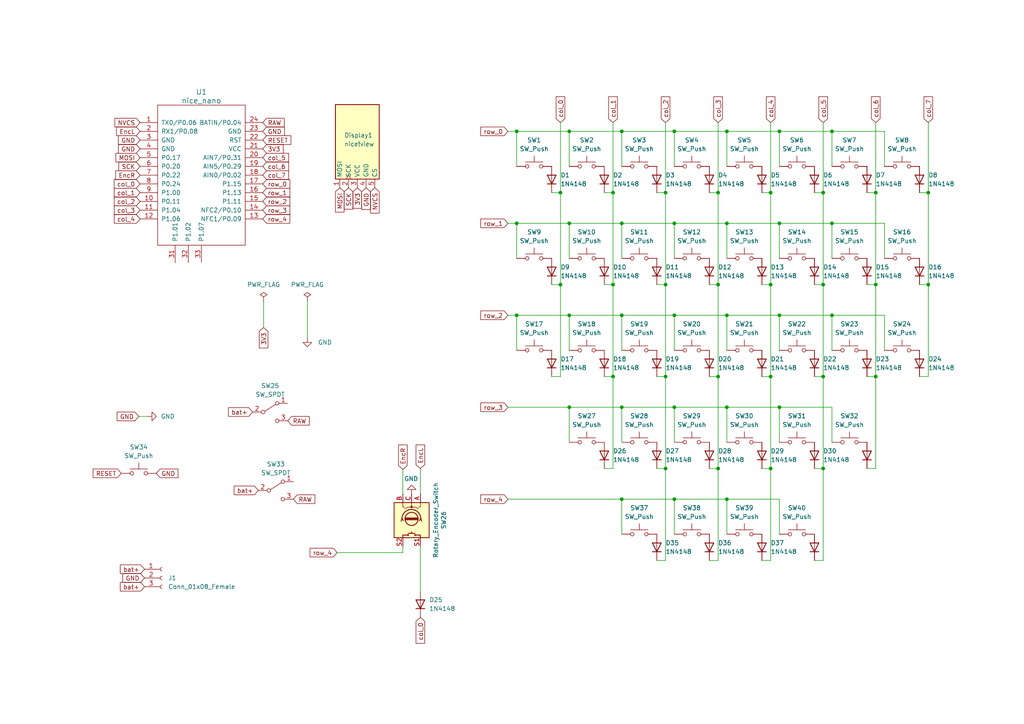
<source format=kicad_sch>
(kicad_sch (version 20230121) (generator eeschema)
  (paper "A4")
  (lib_symbols
    (symbol "Alaa:nice!view"
      (property "Reference" "Display2" (at -3.81 2.54 0))
      (property "Value" "nice!view" (at -3.81 0 0))
      (symbol "nice!view_0_1"
        (rectangle (start -6.35 11.43) (end 6.35 -10.16) (stroke (width 0.254)) (fill (type background)))
      )
      (symbol "nice!view_1_1"
        (pin input line (at -5.08 -12.7 90) (length 2.54) (name "MOSI") (number "1"))
        (pin input clock (at -2.54 -12.7 90) (length 2.54) (name "SCK") (number "2"))
        (pin power_in line (at 0 -12.7 90) (length 2.54) (name "VCC") (number "3"))
        (pin power_out line (at 2.54 -12.7 90) (length 2.54) (name "GND") (number "4"))
        (pin passive line (at 5.08 -12.7 90) (length 2.54) (name "CS") (number "5"))
      )
    )
    (symbol "Alaa:nice_nano" (pin_names (offset 1.016))
      (property "Reference" "U2" (at 0 23.4539 0))
      (property "Value" "nice_nano" (at 0 20.1749 0))
      (symbol "nice_nano_0_1"
        (rectangle (start -12.7 -21.59) (end 12.7 19.05))
      )
      (symbol "nice_nano_1_1"
        (pin input line (at -17.78 13.97 0) (length 5.08) (name "TX0/P0.06") (number "1"))
        (pin input line (at -17.78 -8.89 0) (length 5.08) (name "P0.11") (number "10"))
        (pin input line (at -17.78 -11.43 0) (length 5.08) (name "P1.04") (number "11"))
        (pin input line (at -17.78 -13.97 0) (length 5.08) (name "P1.06") (number "12"))
        (pin input line (at 17.78 -13.97 180) (length 5.08) (name "NFC1/P0.09") (number "13"))
        (pin input line (at 17.78 -11.43 180) (length 5.08) (name "NFC2/P0.10") (number "14"))
        (pin input line (at 17.78 -8.89 180) (length 5.08) (name "P1.11") (number "15"))
        (pin input line (at 17.78 -6.35 180) (length 5.08) (name "P1.13") (number "16"))
        (pin input line (at 17.78 -3.81 180) (length 5.08) (name "P1.15") (number "17"))
        (pin input line (at 17.78 -1.27 180) (length 5.08) (name "AIN0/P0.02") (number "18"))
        (pin input line (at 17.78 1.27 180) (length 5.08) (name "AIN5/P0.29") (number "19"))
        (pin input line (at -17.78 11.43 0) (length 5.08) (name "RX1/P0.08") (number "2"))
        (pin input line (at 17.78 3.81 180) (length 5.08) (name "AIN7/P0.31") (number "20"))
        (pin input line (at 17.78 6.35 180) (length 5.08) (name "VCC") (number "21"))
        (pin input line (at 17.78 8.89 180) (length 5.08) (name "RST") (number "22"))
        (pin input line (at 17.78 11.43 180) (length 5.08) (name "GND") (number "23"))
        (pin input line (at 17.78 13.97 180) (length 5.08) (name "BATIN/P0.04") (number "24"))
        (pin input line (at -17.78 8.89 0) (length 5.08) (name "GND") (number "3"))
        (pin input line (at -7.62 -26.67 90) (length 5.08) (name "P1.01") (number "31"))
        (pin input line (at -3.81 -26.67 90) (length 5.08) (name "P1.02") (number "32"))
        (pin input line (at 0 -26.67 90) (length 5.08) (name "P1.07") (number "33"))
        (pin input line (at -17.78 6.35 0) (length 5.08) (name "GND") (number "4"))
        (pin input line (at -17.78 3.81 0) (length 5.08) (name "P0.17") (number "5"))
        (pin input line (at -17.78 1.27 0) (length 5.08) (name "P0.20") (number "6"))
        (pin input line (at -17.78 -1.27 0) (length 5.08) (name "P0.22") (number "7"))
        (pin input line (at -17.78 -3.81 0) (length 5.08) (name "P0.24") (number "8"))
        (pin input line (at -17.78 -6.35 0) (length 5.08) (name "P1.00") (number "9"))
      )
    )
    (symbol "Connector:Conn_01x03_Female" (pin_names (offset 1.016) hide)
      (property "Reference" "J" (at 0 5.08 0))
      (property "Value" "Conn_01x03_Female" (at 0 -5.08 0))
      (symbol "Conn_01x03_Female_1_1"
        (arc (start 0 -2.032) (mid -0.5058 -2.54) (end 0 -3.048) (stroke (width 0.1524)))
        (polyline (pts (xy -1.27 -2.54) (xy -0.508 -2.54)) (stroke (width 0.1524)))
        (polyline (pts (xy -1.27 0) (xy -0.508 0)) (stroke (width 0.1524)))
        (polyline (pts (xy -1.27 2.54) (xy -0.508 2.54)) (stroke (width 0.1524)))
        (arc (start 0 0.508) (mid -0.5058 0) (end 0 -0.508) (stroke (width 0.1524)))
        (arc (start 0 3.048) (mid -0.5058 2.54) (end 0 2.032) (stroke (width 0.1524)))
        (pin passive line (at -5.08 2.54 0) (length 3.81) (name "Pin_1") (number "1"))
        (pin passive line (at -5.08 0 0) (length 3.81) (name "Pin_2") (number "2"))
        (pin passive line (at -5.08 -2.54 0) (length 3.81) (name "Pin_3") (number "3"))
      )
    )
    (symbol "Switch:SW_Push" (pin_numbers hide) (pin_names (offset 1.016) hide)
      (property "Reference" "SW" (at 1.27 2.54 0))
      (property "Value" "SW_Push" (at 0 -1.524 0))
      (symbol "SW_Push_0_1"
        (circle (center -2.032 0) (radius 0.508))
        (polyline (pts (xy 0 1.27) (xy 0 3.048)))
        (polyline (pts (xy 2.54 1.27) (xy -2.54 1.27)))
        (circle (center 2.032 0) (radius 0.508))
        (pin passive line (at -5.08 0 0) (length 2.54) (name "1") (number "1"))
        (pin passive line (at 5.08 0 180) (length 2.54) (name "2") (number "2"))
      )
    )
    (symbol "Switch:SW_SPDT" (pin_names (offset 0) hide)
      (property "Reference" "SW" (at 0 4.318 0))
      (property "Value" "SW_SPDT" (at 0 -5.08 0))
      (symbol "SW_SPDT_0_0"
        (circle (center -2.032 0) (radius 0.508))
        (circle (center 2.032 -2.54) (radius 0.508))
      )
      (symbol "SW_SPDT_0_1"
        (polyline (pts (xy -1.524 0.254) (xy 1.651 2.286)))
        (circle (center 2.032 2.54) (radius 0.508))
      )
      (symbol "SW_SPDT_1_1"
        (pin passive line (at 5.08 2.54 180) (length 2.54) (name "A") (number "1"))
        (pin passive line (at -5.08 0 0) (length 2.54) (name "B") (number "2"))
        (pin passive line (at 5.08 -2.54 180) (length 2.54) (name "C") (number "3"))
      )
    )
    (symbol "alaa:Diode_1N4148" (pin_numbers hide) (pin_names (offset 1.016) hide)
      (property "Reference" "D4" (at 2.54 1.2701 90))
      (property "Value" "Diode_1N4148" (at 2.54 -1.2699 90))
      (symbol "Diode_1N4148_0_1"
        (polyline (pts (xy -1.27 1.27) (xy -1.27 -1.27)) (stroke (width 0.254)))
        (polyline (pts (xy 1.27 0) (xy -1.27 0)))
        (polyline (pts (xy 1.27 1.27) (xy 1.27 -1.27) (xy -1.27 0) (xy 1.27 1.27)) (stroke (width 0.254)))
      )
      (symbol "Diode_1N4148_1_1"
        (pin passive line (at -3.81 0 0) (length 2.54) (name "K") (number "1"))
        (pin passive line (at 3.81 0 180) (length 2.54) (name "A") (number "2"))
      )
    )
    (symbol "alaa:Rotary_Encoder_Switch" (pin_names (offset 0.254) hide)
      (property "Reference" "SW25" (at 0 9.3218 0))
      (property "Value" "Rotary_Encoder_Switch" (at 0 7.0104 0))
      (symbol "Rotary_Encoder_Switch_0_1"
        (rectangle (start -5.08 5.08) (end 5.08 -5.08) (stroke (width 0.254)) (fill (type background)))
        (circle (center -3.81 0) (radius 0.254) (fill (type outline)))
        (circle (center -0.381 0) (radius 1.905) (stroke (width 0.254)))
        (arc (start -0.381 2.667) (mid -3.0988 -0.0635) (end -0.381 -2.794) (stroke (width 0.254)))
        (polyline (pts (xy -0.635 -1.778) (xy -0.635 1.778)) (stroke (width 0.254)))
        (polyline (pts (xy -0.381 -1.778) (xy -0.381 1.778)) (stroke (width 0.254)))
        (polyline (pts (xy -0.127 1.778) (xy -0.127 -1.778)) (stroke (width 0.254)))
        (polyline (pts (xy 3.81 0) (xy 3.429 0)) (stroke (width 0.254)))
        (polyline (pts (xy 3.81 1.016) (xy 3.81 -1.016)) (stroke (width 0.254)))
        (polyline (pts (xy -5.08 -2.54) (xy -3.81 -2.54) (xy -3.81 -2.032)))
        (polyline (pts (xy -5.08 2.54) (xy -3.81 2.54) (xy -3.81 2.032)))
        (polyline (pts (xy 0.254 -3.048) (xy -0.508 -2.794) (xy 0.127 -2.413)) (stroke (width 0.254)))
        (polyline (pts (xy 0.254 2.921) (xy -0.508 2.667) (xy 0.127 2.286)) (stroke (width 0.254)))
        (polyline (pts (xy 5.08 -2.54) (xy 4.318 -2.54) (xy 4.318 -1.016)) (stroke (width 0.254)))
        (polyline (pts (xy 5.08 2.54) (xy 4.318 2.54) (xy 4.318 1.016)) (stroke (width 0.254)))
        (polyline (pts (xy -5.08 0) (xy -3.81 0) (xy -3.81 -1.016) (xy -3.302 -2.032)))
        (polyline (pts (xy -4.318 0) (xy -3.81 0) (xy -3.81 1.016) (xy -3.302 2.032)))
        (circle (center 4.318 -1.016) (radius 0.127) (stroke (width 0.254)))
        (circle (center 4.318 1.016) (radius 0.127) (stroke (width 0.254)))
      )
      (symbol "Rotary_Encoder_Switch_1_1"
        (pin passive line (at -7.62 2.54 0) (length 2.54) (name "A") (number "A"))
        (pin passive line (at -7.62 -2.54 0) (length 2.54) (name "B") (number "B"))
        (pin passive line (at -7.62 0 0) (length 2.54) (name "C") (number "C"))
        (pin passive line (at 7.62 2.54 180) (length 2.54) (name "S1") (number "S1"))
        (pin passive line (at 7.62 -2.54 180) (length 2.54) (name "S2") (number "S2"))
      )
    )
    (symbol "power:GND" (power) (pin_names (offset 0))
      (property "Value" "GND" (at 0 -3.81 0))
      (symbol "GND_0_1"
        (polyline (pts (xy 0 0) (xy 0 -1.27) (xy 1.27 -1.27) (xy 0 -2.54) (xy -1.27 -1.27) (xy 0 -1.27)))
      )
      (symbol "GND_1_1"
        (pin power_in line (at 0 0 270) (length 0) hide (name "GND") (number "1"))
      )
    )
    (symbol "power:PWR_FLAG" (power) (pin_numbers hide) (pin_names (offset 0) hide)
      (property "Value" "PWR_FLAG" (at 0 3.81 0))
      (symbol "PWR_FLAG_0_0"
        (pin power_out line (at 0 0 90) (length 0) (name "pwr") (number "1"))
      )
      (symbol "PWR_FLAG_0_1"
        (polyline (pts (xy 0 0) (xy 0 1.27) (xy -1.016 1.905) (xy 0 2.54) (xy 1.016 1.905) (xy 0 1.27)))
      )
    )
  )
  (junction (at 195.58 144.78))
  (junction (at 177.8 55.88))
  (junction (at 269.24 82.55))
  (junction (at 223.52 135.89))
  (junction (at 269.24 55.88))
  (junction (at 238.76 109.22))
  (junction (at 193.04 55.88))
  (junction (at 238.76 82.55))
  (junction (at 238.76 135.89))
  (junction (at 177.8 82.55))
  (junction (at 226.06 64.77))
  (junction (at 238.76 55.88))
  (junction (at 193.04 135.89))
  (junction (at 165.1 38.1))
  (junction (at 210.82 38.1))
  (junction (at 195.58 38.1))
  (junction (at 210.82 91.44))
  (junction (at 226.06 91.44))
  (junction (at 210.82 64.77))
  (junction (at 162.56 82.55))
  (junction (at 226.06 118.11))
  (junction (at 208.28 82.55))
  (junction (at 241.3 38.1))
  (junction (at 195.58 91.44))
  (junction (at 195.58 118.11))
  (junction (at 208.28 109.22))
  (junction (at 180.34 118.11))
  (junction (at 208.28 135.89))
  (junction (at 254 109.22))
  (junction (at 180.34 38.1))
  (junction (at 180.34 144.78))
  (junction (at 226.06 38.1))
  (junction (at 210.82 144.78))
  (junction (at 149.86 91.44))
  (junction (at 180.34 64.77))
  (junction (at 162.56 55.88))
  (junction (at 177.8 109.22))
  (junction (at 241.3 91.44))
  (junction (at 241.3 64.77))
  (junction (at 210.82 118.11))
  (junction (at 223.52 109.22))
  (junction (at 223.52 82.55))
  (junction (at 254 55.88))
  (junction (at 193.04 109.22))
  (junction (at 180.34 91.44))
  (junction (at 193.04 82.55))
  (junction (at 223.52 55.88))
  (junction (at 254 82.55))
  (junction (at 195.58 64.77))
  (junction (at 165.1 118.11))
  (junction (at 165.1 64.77))
  (junction (at 208.28 55.88))
  (junction (at 165.1 91.44))
  (junction (at 149.86 64.77))
  (junction (at 149.86 38.1))
  (wire (pts (xy 236.22 162.56) (xy 238.76 162.56)))
  (wire (pts (xy 208.28 82.55) (xy 205.74 82.55)))
  (wire (pts (xy 193.04 55.88) (xy 190.5 55.88)))
  (wire (pts (xy 177.8 109.22) (xy 175.26 109.22)))
  (wire (pts (xy 165.1 118.11) (xy 180.34 118.11)))
  (wire (pts (xy 210.82 91.44) (xy 210.82 101.6)))
  (wire (pts (xy 193.04 82.55) (xy 193.04 109.22)))
  (wire (pts (xy 193.04 82.55) (xy 190.5 82.55)))
  (wire (pts (xy 254 109.22) (xy 254 135.89)))
  (wire (pts (xy 149.86 64.77) (xy 165.1 64.77)))
  (wire (pts (xy 210.82 118.11) (xy 226.06 118.11)))
  (wire (pts (xy 226.06 118.11) (xy 226.06 128.27)))
  (wire (pts (xy 210.82 91.44) (xy 226.06 91.44)))
  (wire (pts (xy 147.32 64.77) (xy 149.86 64.77)))
  (wire (pts (xy 220.98 109.22) (xy 223.52 109.22)))
  (wire (pts (xy 162.56 109.22) (xy 162.56 82.55)))
  (wire (pts (xy 223.52 82.55) (xy 223.52 109.22)))
  (wire (pts (xy 238.76 55.88) (xy 236.22 55.88)))
  (wire (pts (xy 223.52 162.56) (xy 220.98 162.56)))
  (wire (pts (xy 269.24 82.55) (xy 266.7 82.55)))
  (wire (pts (xy 147.32 118.11) (xy 165.1 118.11)))
  (wire (pts (xy 238.76 162.56) (xy 238.76 135.89)))
  (wire (pts (xy 226.06 64.77) (xy 226.06 74.93)))
  (wire (pts (xy 165.1 64.77) (xy 180.34 64.77)))
  (wire (pts (xy 180.34 64.77) (xy 195.58 64.77)))
  (wire (pts (xy 193.04 162.56) (xy 193.04 135.89)))
  (wire (pts (xy 190.5 109.22) (xy 193.04 109.22)))
  (wire (pts (xy 195.58 91.44) (xy 210.82 91.44)))
  (wire (pts (xy 177.8 135.89) (xy 177.8 109.22)))
  (wire (pts (xy 210.82 118.11) (xy 210.82 128.27)))
  (wire (pts (xy 160.02 109.22) (xy 162.56 109.22)))
  (wire (pts (xy 97.79 160.274) (xy 116.84 160.274)))
  (wire (pts (xy 116.84 160.274) (xy 116.84 158.496)))
  (wire (pts (xy 208.28 109.22) (xy 208.28 135.89)))
  (wire (pts (xy 226.06 38.1) (xy 226.06 48.26)))
  (wire (pts (xy 210.82 144.78) (xy 210.82 154.94)))
  (wire (pts (xy 241.3 118.11) (xy 241.3 128.27)))
  (wire (pts (xy 254 35.56) (xy 254 55.88)))
  (wire (pts (xy 226.06 64.77) (xy 241.3 64.77)))
  (wire (pts (xy 226.06 91.44) (xy 241.3 91.44)))
  (wire (pts (xy 223.52 82.55) (xy 220.98 82.55)))
  (wire (pts (xy 193.04 82.55) (xy 193.04 55.88)))
  (wire (pts (xy 190.5 162.56) (xy 193.04 162.56)))
  (wire (pts (xy 193.04 135.89) (xy 193.04 109.22)))
  (wire (pts (xy 149.86 48.26) (xy 149.86 38.1)))
  (wire (pts (xy 205.74 109.22) (xy 208.28 109.22)))
  (wire (pts (xy 180.34 64.77) (xy 180.34 74.93)))
  (wire (pts (xy 165.1 38.1) (xy 165.1 48.26)))
  (wire (pts (xy 223.52 109.22) (xy 223.52 135.89)))
  (wire (pts (xy 180.34 144.78) (xy 180.34 154.94)))
  (wire (pts (xy 256.54 64.77) (xy 256.54 74.93)))
  (wire (pts (xy 149.86 38.1) (xy 165.1 38.1)))
  (wire (pts (xy 238.76 35.56) (xy 238.76 55.88)))
  (wire (pts (xy 208.28 55.88) (xy 205.74 55.88)))
  (wire (pts (xy 165.1 128.27) (xy 165.1 118.11)))
  (wire (pts (xy 162.56 35.56) (xy 162.56 55.88)))
  (wire (pts (xy 165.1 91.44) (xy 165.1 101.6)))
  (wire (pts (xy 269.24 35.56) (xy 269.24 55.88)))
  (wire (pts (xy 40.259 120.777) (xy 42.799 120.777)))
  (wire (pts (xy 256.54 91.44) (xy 256.54 101.6)))
  (wire (pts (xy 254 109.22) (xy 251.46 109.22)))
  (wire (pts (xy 269.24 55.88) (xy 269.24 82.55)))
  (wire (pts (xy 121.92 158.496) (xy 121.92 171.45)))
  (wire (pts (xy 175.26 55.88) (xy 177.8 55.88)))
  (wire (pts (xy 210.82 64.77) (xy 226.06 64.77)))
  (wire (pts (xy 226.06 38.1) (xy 241.3 38.1)))
  (wire (pts (xy 238.76 109.22) (xy 236.22 109.22)))
  (wire (pts (xy 177.8 82.55) (xy 177.8 109.22)))
  (wire (pts (xy 180.34 91.44) (xy 195.58 91.44)))
  (wire (pts (xy 162.56 82.55) (xy 162.56 55.88)))
  (wire (pts (xy 241.3 91.44) (xy 256.54 91.44)))
  (wire (pts (xy 241.3 64.77) (xy 256.54 64.77)))
  (wire (pts (xy 210.82 64.77) (xy 210.82 74.93)))
  (wire (pts (xy 238.76 82.55) (xy 238.76 55.88)))
  (wire (pts (xy 208.28 35.56) (xy 208.28 55.88)))
  (wire (pts (xy 226.06 118.11) (xy 241.3 118.11)))
  (wire (pts (xy 180.34 38.1) (xy 180.34 48.26)))
  (wire (pts (xy 208.28 82.55) (xy 208.28 109.22)))
  (wire (pts (xy 149.86 74.93) (xy 149.86 64.77)))
  (wire (pts (xy 89.154 87.376) (xy 89.154 98.044)))
  (wire (pts (xy 238.76 82.55) (xy 236.22 82.55)))
  (wire (pts (xy 223.52 135.89) (xy 220.98 135.89)))
  (wire (pts (xy 180.34 38.1) (xy 195.58 38.1)))
  (wire (pts (xy 195.58 64.77) (xy 210.82 64.77)))
  (wire (pts (xy 147.32 38.1) (xy 149.86 38.1)))
  (wire (pts (xy 226.06 91.44) (xy 226.06 101.6)))
  (wire (pts (xy 208.28 82.55) (xy 208.28 55.88)))
  (wire (pts (xy 147.32 91.44) (xy 149.86 91.44)))
  (wire (pts (xy 180.34 118.11) (xy 180.34 128.27)))
  (wire (pts (xy 236.22 135.89) (xy 238.76 135.89)))
  (wire (pts (xy 266.7 55.88) (xy 269.24 55.88)))
  (wire (pts (xy 241.3 38.1) (xy 241.3 48.26)))
  (wire (pts (xy 210.82 144.78) (xy 226.06 144.78)))
  (wire (pts (xy 180.34 144.78) (xy 195.58 144.78)))
  (wire (pts (xy 175.26 135.89) (xy 177.8 135.89)))
  (wire (pts (xy 226.06 144.78) (xy 226.06 154.94)))
  (wire (pts (xy 195.58 118.11) (xy 210.82 118.11)))
  (wire (pts (xy 195.58 144.78) (xy 195.58 154.94)))
  (wire (pts (xy 254 82.55) (xy 251.46 82.55)))
  (wire (pts (xy 193.04 35.56) (xy 193.04 55.88)))
  (wire (pts (xy 190.5 135.89) (xy 193.04 135.89)))
  (wire (pts (xy 269.24 82.55) (xy 269.24 109.22)))
  (wire (pts (xy 223.52 35.56) (xy 223.52 55.88)))
  (wire (pts (xy 269.24 109.22) (xy 266.7 109.22)))
  (wire (pts (xy 165.1 38.1) (xy 180.34 38.1)))
  (wire (pts (xy 180.34 91.44) (xy 180.34 101.6)))
  (wire (pts (xy 149.86 101.6) (xy 149.86 91.44)))
  (wire (pts (xy 238.76 135.89) (xy 238.76 109.22)))
  (wire (pts (xy 256.54 38.1) (xy 256.54 48.26)))
  (wire (pts (xy 162.56 82.55) (xy 160.02 82.55)))
  (wire (pts (xy 165.1 91.44) (xy 180.34 91.44)))
  (wire (pts (xy 147.32 144.78) (xy 180.34 144.78)))
  (wire (pts (xy 180.34 118.11) (xy 195.58 118.11)))
  (wire (pts (xy 254 135.89) (xy 251.46 135.89)))
  (wire (pts (xy 195.58 144.78) (xy 210.82 144.78)))
  (wire (pts (xy 210.82 38.1) (xy 210.82 48.26)))
  (wire (pts (xy 177.8 55.88) (xy 177.8 82.55)))
  (wire (pts (xy 208.28 135.89) (xy 208.28 162.56)))
  (wire (pts (xy 121.92 135.89) (xy 121.92 143.256)))
  (wire (pts (xy 195.58 38.1) (xy 210.82 38.1)))
  (wire (pts (xy 238.76 109.22) (xy 238.76 82.55)))
  (wire (pts (xy 195.58 38.1) (xy 195.58 48.26)))
  (wire (pts (xy 116.84 136.144) (xy 116.84 143.256)))
  (wire (pts (xy 220.98 55.88) (xy 223.52 55.88)))
  (wire (pts (xy 177.8 82.55) (xy 175.26 82.55)))
  (wire (pts (xy 205.74 162.56) (xy 208.28 162.56)))
  (wire (pts (xy 251.46 55.88) (xy 254 55.88)))
  (wire (pts (xy 241.3 91.44) (xy 241.3 101.6)))
  (wire (pts (xy 254 82.55) (xy 254 109.22)))
  (wire (pts (xy 241.3 64.77) (xy 241.3 74.93)))
  (wire (pts (xy 165.1 64.77) (xy 165.1 74.93)))
  (wire (pts (xy 205.74 135.89) (xy 208.28 135.89)))
  (wire (pts (xy 195.58 118.11) (xy 195.58 128.27)))
  (wire (pts (xy 210.82 38.1) (xy 226.06 38.1)))
  (wire (pts (xy 223.52 55.88) (xy 223.52 82.55)))
  (wire (pts (xy 254 55.88) (xy 254 82.55)))
  (wire (pts (xy 149.86 91.44) (xy 165.1 91.44)))
  (wire (pts (xy 195.58 64.77) (xy 195.58 74.93)))
  (wire (pts (xy 223.52 135.89) (xy 223.52 162.56)))
  (wire (pts (xy 162.56 55.88) (xy 160.02 55.88)))
  (wire (pts (xy 177.8 35.56) (xy 177.8 55.88)))
  (wire (pts (xy 241.3 38.1) (xy 256.54 38.1)))
  (wire (pts (xy 195.58 91.44) (xy 195.58 101.6)))
  (wire (pts (xy 76.454 87.376) (xy 76.454 94.996)))
  (global_label "GND" (shape input) (at 106.172 54.483 270) (property "Intersheetrefs" "${INTERSHEET_REFS}" (effects hide)))
  (global_label "GND" (shape input) (at 41.91 167.64 180) (property "Intersheetrefs" "${INTERSHEET_REFS}" (effects hide)))
  (global_label "MOSI" (shape input) (at 98.552 54.483 270) (property "Intersheetrefs" "${INTERSHEET_REFS}" (effects hide)))
  (global_label "SCK" (shape input) (at 101.092 54.483 270) (property "Intersheetrefs" "${INTERSHEET_REFS}" (effects hide)))
  (global_label "col_7" (shape input) (at 76.2 50.8 0) (property "Intersheetrefs" "${INTERSHEET_REFS}" (effects hide)))
  (global_label "NVCS" (shape input) (at 40.64 35.56 180) (property "Intersheetrefs" "${INTERSHEET_REFS}" (effects hide)))
  (global_label "row_4" (shape input) (at 76.2 63.5 0) (property "Intersheetrefs" "${INTERSHEET_REFS}" (effects hide)))
  (global_label "col_0" (shape input) (at 162.56 35.56 90) (property "Intersheetrefs" "${INTERSHEET_REFS}" (effects hide)))
  (global_label "NVCS" (shape input) (at 108.712 54.483 270) (property "Intersheetrefs" "${INTERSHEET_REFS}" (effects hide)))
  (global_label "col_2" (shape input) (at 40.64 58.42 180) (property "Intersheetrefs" "${INTERSHEET_REFS}" (effects hide)))
  (global_label "row_1" (shape input) (at 76.2 55.88 0) (property "Intersheetrefs" "${INTERSHEET_REFS}" (effects hide)))
  (global_label "bat+" (shape input) (at 74.93 142.24 180) (property "Intersheetrefs" "${INTERSHEET_REFS}" (effects hide)))
  (global_label "GND" (shape input) (at 76.2 38.1 0) (property "Intersheetrefs" "${INTERSHEET_REFS}" (effects hide)))
  (global_label "RAW" (shape input) (at 83.439 122.047 0) (property "Intersheetrefs" "${INTERSHEET_REFS}" (effects hide)))
  (global_label "row_0" (shape input) (at 76.2 53.34 0) (property "Intersheetrefs" "${INTERSHEET_REFS}" (effects hide)))
  (global_label "row_4" (shape input) (at 97.79 160.274 180) (property "Intersheetrefs" "${INTERSHEET_REFS}" (effects hide)))
  (global_label "RESET" (shape input) (at 35.179 137.287 180) (property "Intersheetrefs" "${INTERSHEET_REFS}" (effects hide)))
  (global_label "row_2" (shape input) (at 76.2 58.42 0) (property "Intersheetrefs" "${INTERSHEET_REFS}" (effects hide)))
  (global_label "row_2" (shape input) (at 147.32 91.44 180) (property "Intersheetrefs" "${INTERSHEET_REFS}" (effects hide)))
  (global_label "col_5" (shape input) (at 76.2 45.72 0) (property "Intersheetrefs" "${INTERSHEET_REFS}" (effects hide)))
  (global_label "row_4" (shape input) (at 147.32 144.78 180) (property "Intersheetrefs" "${INTERSHEET_REFS}" (effects hide)))
  (global_label "row_1" (shape input) (at 147.32 64.77 180) (property "Intersheetrefs" "${INTERSHEET_REFS}" (effects hide)))
  (global_label "GND" (shape input) (at 40.64 40.64 180) (property "Intersheetrefs" "${INTERSHEET_REFS}" (effects hide)))
  (global_label "row_3" (shape input) (at 147.32 118.11 180) (property "Intersheetrefs" "${INTERSHEET_REFS}" (effects hide)))
  (global_label "EncL" (shape input) (at 121.92 135.89 90) (property "Intersheetrefs" "${INTERSHEET_REFS}" (effects hide)))
  (global_label "col_6" (shape input) (at 254 35.56 90) (property "Intersheetrefs" "${INTERSHEET_REFS}" (effects hide)))
  (global_label "RESET" (shape input) (at 76.2 40.64 0) (property "Intersheetrefs" "${INTERSHEET_REFS}" (effects hide)))
  (global_label "col_0" (shape input) (at 40.64 53.34 180) (property "Intersheetrefs" "${INTERSHEET_REFS}" (effects hide)))
  (global_label "GND" (shape input) (at 40.259 120.777 180) (property "Intersheetrefs" "${INTERSHEET_REFS}" (effects hide)))
  (global_label "3V3" (shape input) (at 76.454 94.996 270) (property "Intersheetrefs" "${INTERSHEET_REFS}" (effects hide)))
  (global_label "bat+" (shape input) (at 41.91 170.18 180) (property "Intersheetrefs" "${INTERSHEET_REFS}" (effects hide)))
  (global_label "SCK" (shape input) (at 40.64 48.26 180) (property "Intersheetrefs" "${INTERSHEET_REFS}" (effects hide)))
  (global_label "3V3" (shape input) (at 76.2 43.18 0) (property "Intersheetrefs" "${INTERSHEET_REFS}" (effects hide)))
  (global_label "col_2" (shape input) (at 193.04 35.56 90) (property "Intersheetrefs" "${INTERSHEET_REFS}" (effects hide)))
  (global_label "col_5" (shape input) (at 238.76 35.56 90) (property "Intersheetrefs" "${INTERSHEET_REFS}" (effects hide)))
  (global_label "col_4" (shape input) (at 40.64 63.5 180) (property "Intersheetrefs" "${INTERSHEET_REFS}" (effects hide)))
  (global_label "row_3" (shape input) (at 76.2 60.96 0) (property "Intersheetrefs" "${INTERSHEET_REFS}" (effects hide)))
  (global_label "col_0" (shape input) (at 121.92 179.07 270) (property "Intersheetrefs" "${INTERSHEET_REFS}" (effects hide)))
  (global_label "GND" (shape input) (at 45.339 137.287 0) (property "Intersheetrefs" "${INTERSHEET_REFS}" (effects hide)))
  (global_label "GND" (shape input) (at 40.64 43.18 180) (property "Intersheetrefs" "${INTERSHEET_REFS}" (effects hide)))
  (global_label "row_0" (shape input) (at 147.32 38.1 180) (property "Intersheetrefs" "${INTERSHEET_REFS}" (effects hide)))
  (global_label "bat+" (shape input) (at 41.91 165.1 180) (property "Intersheetrefs" "${INTERSHEET_REFS}" (effects hide)))
  (global_label "MOSI" (shape input) (at 40.64 45.72 180) (property "Intersheetrefs" "${INTERSHEET_REFS}" (effects hide)))
  (global_label "col_3" (shape input) (at 208.28 35.56 90) (property "Intersheetrefs" "${INTERSHEET_REFS}" (effects hide)))
  (global_label "col_1" (shape input) (at 40.64 55.88 180) (property "Intersheetrefs" "${INTERSHEET_REFS}" (effects hide)))
  (global_label "RAW" (shape input) (at 76.2 35.56 0) (property "Intersheetrefs" "${INTERSHEET_REFS}" (effects hide)))
  (global_label "EncL" (shape input) (at 40.64 38.1 180) (property "Intersheetrefs" "${INTERSHEET_REFS}" (effects hide)))
  (global_label "col_6" (shape input) (at 76.2 48.26 0) (property "Intersheetrefs" "${INTERSHEET_REFS}" (effects hide)))
  (global_label "bat+" (shape input) (at 73.279 119.507 180) (property "Intersheetrefs" "${INTERSHEET_REFS}" (effects hide)))
  (global_label "RAW" (shape input) (at 85.09 144.78 0) (property "Intersheetrefs" "${INTERSHEET_REFS}" (effects hide)))
  (global_label "EncR" (shape input) (at 116.84 136.144 90) (property "Intersheetrefs" "${INTERSHEET_REFS}" (effects hide)))
  (global_label "col_4" (shape input) (at 223.52 35.56 90) (property "Intersheetrefs" "${INTERSHEET_REFS}" (effects hide)))
  (global_label "col_1" (shape input) (at 177.8 35.56 90) (property "Intersheetrefs" "${INTERSHEET_REFS}" (effects hide)))
  (global_label "col_7" (shape input) (at 269.24 35.56 90) (property "Intersheetrefs" "${INTERSHEET_REFS}" (effects hide)))
  (global_label "3V3" (shape input) (at 103.632 54.483 270) (property "Intersheetrefs" "${INTERSHEET_REFS}" (effects hide)))
  (global_label "EncR" (shape input) (at 40.64 50.8 180) (property "Intersheetrefs" "${INTERSHEET_REFS}" (effects hide)))
  (global_label "col_3" (shape input) (at 40.64 60.96 180) (property "Intersheetrefs" "${INTERSHEET_REFS}" (effects hide)))
  (symbol (lib_id "Switch:SW_Push") (at 261.62 48.26 0) (unit 1)
    (property "Reference" "SW8" (at 261.62 40.64 0))
    (property "Value" "SW_Push" (at 261.62 43.18 0))
    (property "Footprint" "Alaa:choc_hotswap" (effects hide))
  )
  (symbol (lib_id "Switch:SW_Push") (at 215.9 74.93 0) (unit 1)
    (property "Reference" "SW13" (at 215.9 67.31 0))
    (property "Value" "SW_Push" (at 215.9 69.85 0))
    (property "Footprint" "Alaa:choc_hotswap" (effects hide))
  )
  (symbol (lib_id "power:PWR_FLAG") (at 89.154 87.376 0) (unit 1)
    (property "Reference" "#FLG02" (effects hide))
    (property "Value" "PWR_FLAG" (at 89.154 82.55 0))
  )
  (symbol (lib_id "Switch:SW_Push") (at 261.62 74.93 0) (unit 1)
    (property "Reference" "SW16" (at 261.62 67.31 0))
    (property "Value" "SW_Push" (at 261.62 69.85 0))
    (property "Footprint" "Alaa:choc_hotswap" (effects hide))
  )
  (symbol (lib_id "Switch:SW_Push") (at 231.14 48.26 0) (unit 1)
    (property "Reference" "SW6" (at 231.14 40.64 0))
    (property "Value" "SW_Push" (at 231.14 43.18 0))
    (property "Footprint" "Alaa:choc_hotswap" (effects hide))
  )
  (symbol (lib_id "alaa:Diode_1N4148") (at 160.02 78.74 90) (unit 1)
    (property "Reference" "D9" (at 162.56 77.4699 90) (effects (justify right)))
    (property "Value" "1N4148" (at 162.56 80.0099 90) (effects (justify right)))
    (property "Footprint" "Diode_SMD:D_SOD-123" (effects hide))
    (property "Datasheet" "https://assets.nexperia.com/documents/data-sheet/1N4148_1N4448.pdf" (effects hide))
    (property "LCSC" "C909967" (effects hide))
  )
  (symbol (lib_id "power:PWR_FLAG") (at 76.454 87.376 0) (unit 1)
    (property "Reference" "#FLG01" (effects hide))
    (property "Value" "PWR_FLAG" (at 76.454 82.55 0))
  )
  (symbol (lib_id "alaa:Diode_1N4148") (at 175.26 105.41 90) (unit 1)
    (property "Reference" "D18" (at 177.8 104.1399 90) (effects (justify right)))
    (property "Value" "1N4148" (at 177.8 106.6799 90) (effects (justify right)))
    (property "Footprint" "Diode_SMD:D_SOD-123" (effects hide))
    (property "Datasheet" "https://assets.nexperia.com/documents/data-sheet/1N4148_1N4448.pdf" (effects hide))
    (property "LCSC" "C909967" (effects hide))
  )
  (symbol (lib_id "Switch:SW_Push") (at 200.66 48.26 0) (unit 1)
    (property "Reference" "SW4" (at 200.66 40.64 0))
    (property "Value" "SW_Push" (at 200.66 43.18 0))
    (property "Footprint" "Alaa:choc_hotswap" (effects hide))
  )
  (symbol (lib_id "alaa:Diode_1N4148") (at 205.74 105.41 90) (unit 1)
    (property "Reference" "D20" (at 208.28 104.1399 90) (effects (justify right)))
    (property "Value" "1N4148" (at 208.28 106.6799 90) (effects (justify right)))
    (property "Footprint" "Diode_SMD:D_SOD-123" (effects hide))
    (property "Datasheet" "https://assets.nexperia.com/documents/data-sheet/1N4148_1N4448.pdf" (effects hide))
    (property "LCSC" "C909967" (effects hide))
  )
  (symbol (lib_id "alaa:Diode_1N4148") (at 160.02 52.07 90) (unit 1)
    (property "Reference" "D1" (at 162.56 50.7999 90) (effects (justify right)))
    (property "Value" "1N4148" (at 162.56 53.3399 90) (effects (justify right)))
    (property "Footprint" "Diode_SMD:D_SOD-123" (effects hide))
    (property "Datasheet" "https://assets.nexperia.com/documents/data-sheet/1N4148_1N4448.pdf" (effects hide))
    (property "LCSC" "C909967" (effects hide))
  )
  (symbol (lib_id "Switch:SW_Push") (at 200.66 154.94 0) (unit 1)
    (property "Reference" "SW38" (at 200.66 147.32 0))
    (property "Value" "SW_Push" (at 200.66 149.86 0))
    (property "Footprint" "Alaa:choc_hotswap" (effects hide))
  )
  (symbol (lib_id "Switch:SW_Push") (at 215.9 154.94 0) (unit 1)
    (property "Reference" "SW39" (at 215.9 147.32 0))
    (property "Value" "SW_Push" (at 215.9 149.86 0))
    (property "Footprint" "Alaa:choc_hotswap" (effects hide))
  )
  (symbol (lib_id "alaa:Diode_1N4148") (at 266.7 52.07 90) (unit 1)
    (property "Reference" "D8" (at 269.24 50.7999 90) (effects (justify right)))
    (property "Value" "1N4148" (at 269.24 53.3399 90) (effects (justify right)))
    (property "Footprint" "Diode_SMD:D_SOD-123" (effects hide))
    (property "Datasheet" "https://assets.nexperia.com/documents/data-sheet/1N4148_1N4448.pdf" (effects hide))
    (property "LCSC" "C909967" (effects hide))
  )
  (symbol (lib_id "Switch:SW_Push") (at 170.18 48.26 0) (unit 1)
    (property "Reference" "SW2" (at 170.18 40.64 0))
    (property "Value" "SW_Push" (at 170.18 43.18 0))
    (property "Footprint" "Alaa:choc_hotswap" (effects hide))
  )
  (symbol (lib_id "alaa:Diode_1N4148") (at 190.5 52.07 90) (unit 1)
    (property "Reference" "D3" (at 193.04 50.7999 90) (effects (justify right)))
    (property "Value" "1N4148" (at 193.04 53.3399 90) (effects (justify right)))
    (property "Footprint" "Diode_SMD:D_SOD-123" (effects hide))
    (property "Datasheet" "https://assets.nexperia.com/documents/data-sheet/1N4148_1N4448.pdf" (effects hide))
    (property "LCSC" "C909967" (effects hide))
  )
  (symbol (lib_id "Switch:SW_Push") (at 231.14 74.93 0) (unit 1)
    (property "Reference" "SW14" (at 231.14 67.31 0))
    (property "Value" "SW_Push" (at 231.14 69.85 0))
    (property "Footprint" "Alaa:choc_hotswap" (effects hide))
  )
  (symbol (lib_id "Switch:SW_Push") (at 231.14 154.94 0) (unit 1)
    (property "Reference" "SW40" (at 231.14 147.32 0))
    (property "Value" "SW_Push" (at 231.14 149.86 0))
    (property "Footprint" "Alaa:choc_hotswap" (effects hide))
  )
  (symbol (lib_id "alaa:Diode_1N4148") (at 220.98 132.08 90) (unit 1)
    (property "Reference" "D29" (at 223.52 130.8099 90) (effects (justify right)))
    (property "Value" "1N4148" (at 223.52 133.3499 90) (effects (justify right)))
    (property "Footprint" "Diode_SMD:D_SOD-123" (effects hide))
    (property "Datasheet" "https://assets.nexperia.com/documents/data-sheet/1N4148_1N4448.pdf" (effects hide))
    (property "LCSC" "C909967" (effects hide))
  )
  (symbol (lib_id "Alaa:nice_nano") (at 58.42 49.53 0) (unit 1)
    (property "Reference" "U1" (at 58.42 26.67 0) (effects (font (size 1.524 1.524))))
    (property "Value" "nice_nano" (at 58.42 29.21 0) (effects (font (size 1.524 1.524))))
    (property "Footprint" "Alaa:nice_nano" (effects hide))
  )
  (symbol (lib_id "Switch:SW_Push") (at 154.94 48.26 0) (unit 1)
    (property "Reference" "SW1" (at 154.94 40.64 0))
    (property "Value" "SW_Push" (at 154.94 43.18 0))
    (property "Footprint" "Alaa:choc_hotswap" (effects hide))
  )
  (symbol (lib_id "alaa:Diode_1N4148") (at 205.74 132.08 90) (unit 1)
    (property "Reference" "D28" (at 208.28 130.8099 90) (effects (justify right)))
    (property "Value" "1N4148" (at 208.28 133.3499 90) (effects (justify right)))
    (property "Footprint" "Diode_SMD:D_SOD-123" (effects hide))
    (property "Datasheet" "https://assets.nexperia.com/documents/data-sheet/1N4148_1N4448.pdf" (effects hide))
    (property "LCSC" "C909967" (effects hide))
  )
  (symbol (lib_id "Switch:SW_Push") (at 185.42 101.6 0) (unit 1)
    (property "Reference" "SW19" (at 185.42 93.98 0))
    (property "Value" "SW_Push" (at 185.42 96.52 0))
    (property "Footprint" "Alaa:choc_hotswap" (effects hide))
  )
  (symbol (lib_id "alaa:Diode_1N4148") (at 220.98 105.41 90) (unit 1)
    (property "Reference" "D21" (at 223.52 104.1399 90) (effects (justify right)))
    (property "Value" "1N4148" (at 223.52 106.6799 90) (effects (justify right)))
    (property "Footprint" "Diode_SMD:D_SOD-123" (effects hide))
    (property "Datasheet" "https://assets.nexperia.com/documents/data-sheet/1N4148_1N4448.pdf" (effects hide))
    (property "LCSC" "C909967" (effects hide))
  )
  (symbol (lib_id "alaa:Diode_1N4148") (at 236.22 78.74 90) (unit 1)
    (property "Reference" "D14" (at 238.76 77.4699 90) (effects (justify right)))
    (property "Value" "1N4148" (at 238.76 80.0099 90) (effects (justify right)))
    (property "Footprint" "Diode_SMD:D_SOD-123" (effects hide))
    (property "Datasheet" "https://assets.nexperia.com/documents/data-sheet/1N4148_1N4448.pdf" (effects hide))
    (property "LCSC" "C909967" (effects hide))
  )
  (symbol (lib_id "alaa:Diode_1N4148") (at 251.46 52.07 90) (unit 1)
    (property "Reference" "D7" (at 254 50.7999 90) (effects (justify right)))
    (property "Value" "1N4148" (at 254 53.3399 90) (effects (justify right)))
    (property "Footprint" "Diode_SMD:D_SOD-123" (effects hide))
    (property "Datasheet" "https://assets.nexperia.com/documents/data-sheet/1N4148_1N4448.pdf" (effects hide))
    (property "LCSC" "C909967" (effects hide))
  )
  (symbol (lib_id "Switch:SW_Push") (at 200.66 74.93 0) (unit 1)
    (property "Reference" "SW12" (at 200.66 67.31 0))
    (property "Value" "SW_Push" (at 200.66 69.85 0))
    (property "Footprint" "Alaa:choc_hotswap" (effects hide))
  )
  (symbol (lib_id "Connector:Conn_01x03_Female") (at 46.99 167.64 0) (unit 1)
    (property "Reference" "J1" (at 48.768 167.6399 0) (effects (justify left)))
    (property "Value" "Conn_01x08_Female" (at 48.768 170.1799 0) (effects (justify left)))
    (property "Footprint" "Alaa:3JST_BAT" (effects hide))
  )
  (symbol (lib_id "Switch:SW_Push") (at 170.18 128.27 0) (unit 1)
    (property "Reference" "SW27" (at 170.18 120.65 0))
    (property "Value" "SW_Push" (at 170.18 123.19 0))
    (property "Footprint" "Alaa:choc_hotswap" (effects hide))
  )
  (symbol (lib_id "power:GND") (at 119.38 143.256 180) (unit 1)
    (property "Reference" "#PWR03" (effects hide))
    (property "Value" "GND" (at 119.253 138.8618 0))
  )
  (symbol (lib_id "alaa:Diode_1N4148") (at 175.26 52.07 90) (unit 1)
    (property "Reference" "D2" (at 177.8 50.7999 90) (effects (justify right)))
    (property "Value" "1N4148" (at 177.8 53.3399 90) (effects (justify right)))
    (property "Footprint" "Diode_SMD:D_SOD-123" (effects hide))
    (property "Datasheet" "https://assets.nexperia.com/documents/data-sheet/1N4148_1N4448.pdf" (effects hide))
    (property "LCSC" "C909967" (effects hide))
  )
  (symbol (lib_id "alaa:Diode_1N4148") (at 175.26 132.08 90) (unit 1)
    (property "Reference" "D26" (at 177.8 130.8099 90) (effects (justify right)))
    (property "Value" "1N4148" (at 177.8 133.3499 90) (effects (justify right)))
    (property "Footprint" "Diode_SMD:D_SOD-123" (effects hide))
    (property "Datasheet" "https://assets.nexperia.com/documents/data-sheet/1N4148_1N4448.pdf" (effects hide))
    (property "LCSC" "C909967" (effects hide))
  )
  (symbol (lib_id "alaa:Diode_1N4148") (at 205.74 78.74 90) (unit 1)
    (property "Reference" "D12" (at 208.28 77.4699 90) (effects (justify right)))
    (property "Value" "1N4148" (at 208.28 80.0099 90) (effects (justify right)))
    (property "Footprint" "Diode_SMD:D_SOD-123" (effects hide))
    (property "Datasheet" "https://assets.nexperia.com/documents/data-sheet/1N4148_1N4448.pdf" (effects hide))
    (property "LCSC" "C909967" (effects hide))
  )
  (symbol (lib_id "Switch:SW_Push") (at 215.9 48.26 0) (unit 1)
    (property "Reference" "SW5" (at 215.9 40.64 0))
    (property "Value" "SW_Push" (at 215.9 43.18 0))
    (property "Footprint" "Alaa:choc_hotswap" (effects hide))
  )
  (symbol (lib_id "alaa:Diode_1N4148") (at 266.7 78.74 90) (unit 1)
    (property "Reference" "D16" (at 269.24 77.4699 90) (effects (justify right)))
    (property "Value" "1N4148" (at 269.24 80.0099 90) (effects (justify right)))
    (property "Footprint" "Diode_SMD:D_SOD-123" (effects hide))
    (property "Datasheet" "https://assets.nexperia.com/documents/data-sheet/1N4148_1N4448.pdf" (effects hide))
    (property "LCSC" "C909967" (effects hide))
  )
  (symbol (lib_id "alaa:Diode_1N4148") (at 160.02 105.41 90) (unit 1)
    (property "Reference" "D17" (at 162.56 104.1399 90) (effects (justify right)))
    (property "Value" "1N4148" (at 162.56 106.6799 90) (effects (justify right)))
    (property "Footprint" "Diode_SMD:D_SOD-123" (effects hide))
    (property "Datasheet" "https://assets.nexperia.com/documents/data-sheet/1N4148_1N4448.pdf" (effects hide))
    (property "LCSC" "C909967" (effects hide))
  )
  (symbol (lib_id "alaa:Diode_1N4148") (at 220.98 158.75 90) (unit 1)
    (property "Reference" "D37" (at 223.52 157.4799 90) (effects (justify right)))
    (property "Value" "1N4148" (at 223.52 160.0199 90) (effects (justify right)))
    (property "Footprint" "Diode_SMD:D_SOD-123" (effects hide))
    (property "Datasheet" "https://assets.nexperia.com/documents/data-sheet/1N4148_1N4448.pdf" (effects hide))
    (property "LCSC" "C909967" (effects hide))
  )
  (symbol (lib_id "Switch:SW_Push") (at 170.18 101.6 0) (unit 1)
    (property "Reference" "SW18" (at 170.18 93.98 0))
    (property "Value" "SW_Push" (at 170.18 96.52 0))
    (property "Footprint" "Alaa:choc_hotswap" (effects hide))
  )
  (symbol (lib_id "Switch:SW_Push") (at 185.42 128.27 0) (unit 1)
    (property "Reference" "SW28" (at 185.42 120.65 0))
    (property "Value" "SW_Push" (at 185.42 123.19 0))
    (property "Footprint" "Alaa:choc_hotswap" (effects hide))
  )
  (symbol (lib_id "Switch:SW_Push") (at 231.14 101.6 0) (unit 1)
    (property "Reference" "SW22" (at 231.14 93.98 0))
    (property "Value" "SW_Push" (at 231.14 96.52 0))
    (property "Footprint" "Alaa:choc_hotswap" (effects hide))
  )
  (symbol (lib_id "Switch:SW_SPDT") (at 80.01 142.24 0) (unit 1)
    (property "Reference" "SW33" (at 80.01 134.62 0))
    (property "Value" "SW_SPDT" (at 80.01 137.16 0))
    (property "Footprint" "Button_Switch_SMD:SW_SPDT_PCM12" (effects hide))
  )
  (symbol (lib_id "alaa:Diode_1N4148") (at 236.22 132.08 90) (unit 1)
    (property "Reference" "D30" (at 238.76 130.8099 90) (effects (justify right)))
    (property "Value" "1N4148" (at 238.76 133.3499 90) (effects (justify right)))
    (property "Footprint" "Diode_SMD:D_SOD-123" (effects hide))
    (property "Datasheet" "https://assets.nexperia.com/documents/data-sheet/1N4148_1N4448.pdf" (effects hide))
    (property "LCSC" "C909967" (effects hide))
  )
  (symbol (lib_id "Alaa:nice!view") (at 103.632 41.783 0) (unit 1)
    (property "Reference" "Display1" (at 99.822 39.243 0) (effects (justify left)))
    (property "Value" "nice!view" (at 99.822 41.783 0) (effects (justify left)))
    (property "Footprint" "Alaa:nice_view" (effects hide))
    (property "Datasheet" "https://nicekeyboards.com/docs/nice-view/pinout-schematic" (effects hide))
  )
  (symbol (lib_id "Switch:SW_Push") (at 154.94 74.93 0) (unit 1)
    (property "Reference" "SW9" (at 154.94 67.31 0))
    (property "Value" "SW_Push" (at 154.94 69.85 0))
    (property "Footprint" "Alaa:choc_hotswap" (effects hide))
  )
  (symbol (lib_id "Switch:SW_SPDT") (at 78.359 119.507 0) (unit 1)
    (property "Reference" "SW25" (at 78.359 111.887 0))
    (property "Value" "SW_SPDT" (at 78.359 114.427 0))
    (property "Footprint" "Button_Switch_SMD:SW_SPDT_PCM12" (effects hide))
  )
  (symbol (lib_id "alaa:Diode_1N4148") (at 251.46 105.41 90) (unit 1)
    (property "Reference" "D23" (at 254 104.1399 90) (effects (justify right)))
    (property "Value" "1N4148" (at 254 106.6799 90) (effects (justify right)))
    (property "Footprint" "Diode_SMD:D_SOD-123" (effects hide))
    (property "Datasheet" "https://assets.nexperia.com/documents/data-sheet/1N4148_1N4448.pdf" (effects hide))
    (property "LCSC" "C909967" (effects hide))
  )
  (symbol (lib_id "alaa:Diode_1N4148") (at 190.5 158.75 90) (unit 1)
    (property "Reference" "D35" (at 193.04 157.4799 90) (effects (justify right)))
    (property "Value" "1N4148" (at 193.04 160.0199 90) (effects (justify right)))
    (property "Footprint" "Diode_SMD:D_SOD-123" (effects hide))
    (property "Datasheet" "https://assets.nexperia.com/documents/data-sheet/1N4148_1N4448.pdf" (effects hide))
    (property "LCSC" "C909967" (effects hide))
  )
  (symbol (lib_id "alaa:Diode_1N4148") (at 205.74 158.75 90) (unit 1)
    (property "Reference" "D36" (at 208.28 157.4799 90) (effects (justify right)))
    (property "Value" "1N4148" (at 208.28 160.0199 90) (effects (justify right)))
    (property "Footprint" "Diode_SMD:D_SOD-123" (effects hide))
    (property "Datasheet" "https://assets.nexperia.com/documents/data-sheet/1N4148_1N4448.pdf" (effects hide))
    (property "LCSC" "C909967" (effects hide))
  )
  (symbol (lib_id "Switch:SW_Push") (at 246.38 101.6 0) (unit 1)
    (property "Reference" "SW23" (at 246.38 93.98 0))
    (property "Value" "SW_Push" (at 246.38 96.52 0))
    (property "Footprint" "Alaa:choc_hotswap" (effects hide))
  )
  (symbol (lib_id "Switch:SW_Push") (at 246.38 128.27 0) (unit 1)
    (property "Reference" "SW32" (at 246.38 120.65 0))
    (property "Value" "SW_Push" (at 246.38 123.19 0))
    (property "Footprint" "Alaa:choc_hotswap" (effects hide))
  )
  (symbol (lib_id "Switch:SW_Push") (at 185.42 48.26 0) (unit 1)
    (property "Reference" "SW3" (at 185.42 40.64 0))
    (property "Value" "SW_Push" (at 185.42 43.18 0))
    (property "Footprint" "Alaa:choc_hotswap" (effects hide))
  )
  (symbol (lib_id "alaa:Diode_1N4148") (at 190.5 78.74 90) (unit 1)
    (property "Reference" "D11" (at 193.04 77.4699 90) (effects (justify right)))
    (property "Value" "1N4148" (at 193.04 80.0099 90) (effects (justify right)))
    (property "Footprint" "Diode_SMD:D_SOD-123" (effects hide))
    (property "Datasheet" "https://assets.nexperia.com/documents/data-sheet/1N4148_1N4448.pdf" (effects hide))
    (property "LCSC" "C909967" (effects hide))
  )
  (symbol (lib_id "alaa:Diode_1N4148") (at 190.5 105.41 90) (unit 1)
    (property "Reference" "D19" (at 193.04 104.1399 90) (effects (justify right)))
    (property "Value" "1N4148" (at 193.04 106.6799 90) (effects (justify right)))
    (property "Footprint" "Diode_SMD:D_SOD-123" (effects hide))
    (property "Datasheet" "https://assets.nexperia.com/documents/data-sheet/1N4148_1N4448.pdf" (effects hide))
    (property "LCSC" "C909967" (effects hide))
  )
  (symbol (lib_id "Switch:SW_Push") (at 200.66 128.27 0) (unit 1)
    (property "Reference" "SW29" (at 200.66 120.65 0))
    (property "Value" "SW_Push" (at 200.66 123.19 0))
    (property "Footprint" "Alaa:choc_hotswap" (effects hide))
  )
  (symbol (lib_id "power:GND") (at 89.154 98.044 0) (unit 1)
    (property "Reference" "#PWR01" (effects hide))
    (property "Value" "GND" (at 92.202 99.3139 0) (effects (justify left)))
  )
  (symbol (lib_id "Switch:SW_Push") (at 154.94 101.6 0) (unit 1)
    (property "Reference" "SW17" (at 154.94 93.98 0))
    (property "Value" "SW_Push" (at 154.94 96.52 0))
    (property "Footprint" "Alaa:choc_hotswap" (effects hide))
  )
  (symbol (lib_id "alaa:Diode_1N4148") (at 220.98 78.74 90) (unit 1)
    (property "Reference" "D13" (at 223.52 77.4699 90) (effects (justify right)))
    (property "Value" "1N4148" (at 223.52 80.0099 90) (effects (justify right)))
    (property "Footprint" "Diode_SMD:D_SOD-123" (effects hide))
    (property "Datasheet" "https://assets.nexperia.com/documents/data-sheet/1N4148_1N4448.pdf" (effects hide))
    (property "LCSC" "C909967" (effects hide))
  )
  (symbol (lib_id "Switch:SW_Push") (at 246.38 48.26 0) (unit 1)
    (property "Reference" "SW7" (at 246.38 40.64 0))
    (property "Value" "SW_Push" (at 246.38 43.18 0))
    (property "Footprint" "Alaa:choc_hotswap" (effects hide))
  )
  (symbol (lib_id "Switch:SW_Push") (at 185.42 154.94 0) (unit 1)
    (property "Reference" "SW37" (at 185.42 147.32 0))
    (property "Value" "SW_Push" (at 185.42 149.86 0))
    (property "Footprint" "Alaa:choc_hotswap" (effects hide))
  )
  (symbol (lib_id "Switch:SW_Push") (at 200.66 101.6 0) (unit 1)
    (property "Reference" "SW20" (at 200.66 93.98 0))
    (property "Value" "SW_Push" (at 200.66 96.52 0))
    (property "Footprint" "Alaa:choc_hotswap" (effects hide))
  )
  (symbol (lib_id "alaa:Diode_1N4148") (at 266.7 105.41 90) (unit 1)
    (property "Reference" "D24" (at 269.24 104.1399 90) (effects (justify right)))
    (property "Value" "1N4148" (at 269.24 106.6799 90) (effects (justify right)))
    (property "Footprint" "Diode_SMD:D_SOD-123" (effects hide))
    (property "Datasheet" "https://assets.nexperia.com/documents/data-sheet/1N4148_1N4448.pdf" (effects hide))
    (property "LCSC" "C909967" (effects hide))
  )
  (symbol (lib_id "Switch:SW_Push") (at 170.18 74.93 0) (unit 1)
    (property "Reference" "SW10" (at 170.18 67.31 0))
    (property "Value" "SW_Push" (at 170.18 69.85 0))
    (property "Footprint" "Alaa:choc_hotswap" (effects hide))
  )
  (symbol (lib_id "alaa:Diode_1N4148") (at 236.22 105.41 90) (unit 1)
    (property "Reference" "D22" (at 238.76 104.1399 90) (effects (justify right)))
    (property "Value" "1N4148" (at 238.76 106.6799 90) (effects (justify right)))
    (property "Footprint" "Diode_SMD:D_SOD-123" (effects hide))
    (property "Datasheet" "https://assets.nexperia.com/documents/data-sheet/1N4148_1N4448.pdf" (effects hide))
    (property "LCSC" "C909967" (effects hide))
  )
  (symbol (lib_id "alaa:Diode_1N4148") (at 251.46 132.08 90) (unit 1)
    (property "Reference" "D31" (effects hide))
    (property "Value" "1N4148" (effects hide))
    (property "Footprint" "Diode_SMD:D_SOD-123" (effects hide))
    (property "Datasheet" "https://assets.nexperia.com/documents/data-sheet/1N4148_1N4448.pdf" (effects hide))
    (property "LCSC" "C909967" (effects hide))
  )
  (symbol (lib_id "alaa:Diode_1N4148") (at 121.92 175.26 90) (unit 1)
    (property "Reference" "D25" (at 124.46 173.9899 90) (effects (justify right)))
    (property "Value" "1N4148" (at 124.46 176.5299 90) (effects (justify right)))
    (property "Footprint" "Diode_SMD:D_SOD-123" (effects hide))
    (property "Datasheet" "https://assets.nexperia.com/documents/data-sheet/1N4148_1N4448.pdf" (effects hide))
    (property "LCSC" "C909967" (effects hide))
  )
  (symbol (lib_id "Switch:SW_Push") (at 246.38 74.93 0) (unit 1)
    (property "Reference" "SW15" (at 246.38 67.31 0))
    (property "Value" "SW_Push" (at 246.38 69.85 0))
    (property "Footprint" "Alaa:choc_hotswap" (effects hide))
  )
  (symbol (lib_id "alaa:Diode_1N4148") (at 190.5 132.08 90) (unit 1)
    (property "Reference" "D27" (at 193.04 130.8099 90) (effects (justify right)))
    (property "Value" "1N4148" (at 193.04 133.3499 90) (effects (justify right)))
    (property "Footprint" "Diode_SMD:D_SOD-123" (effects hide))
    (property "Datasheet" "https://assets.nexperia.com/documents/data-sheet/1N4148_1N4448.pdf" (effects hide))
    (property "LCSC" "C909967" (effects hide))
  )
  (symbol (lib_id "Switch:SW_Push") (at 215.9 128.27 0) (unit 1)
    (property "Reference" "SW30" (at 215.9 120.65 0))
    (property "Value" "SW_Push" (at 215.9 123.19 0))
    (property "Footprint" "Alaa:choc_hotswap" (effects hide))
  )
  (symbol (lib_id "power:GND") (at 42.799 120.777 90) (unit 1)
    (property "Reference" "#PWR02" (effects hide))
    (property "Value" "GND" (at 46.609 120.7769 90) (effects (justify right)))
  )
  (symbol (lib_id "alaa:Diode_1N4148") (at 220.98 52.07 90) (unit 1)
    (property "Reference" "D5" (at 223.52 50.7999 90) (effects (justify right)))
    (property "Value" "1N4148" (at 223.52 53.3399 90) (effects (justify right)))
    (property "Footprint" "Diode_SMD:D_SOD-123" (effects hide))
    (property "Datasheet" "https://assets.nexperia.com/documents/data-sheet/1N4148_1N4448.pdf" (effects hide))
    (property "LCSC" "C909967" (effects hide))
  )
  (symbol (lib_id "alaa:Diode_1N4148") (at 205.74 52.07 90) (unit 1)
    (property "Reference" "D4" (at 208.28 50.7999 90) (effects (justify right)))
    (property "Value" "1N4148" (at 208.28 53.3399 90) (effects (justify right)))
    (property "Footprint" "Diode_SMD:D_SOD-123" (effects hide))
    (property "Datasheet" "https://assets.nexperia.com/documents/data-sheet/1N4148_1N4448.pdf" (effects hide))
    (property "LCSC" "C909967" (effects hide))
  )
  (symbol (lib_id "Switch:SW_Push") (at 215.9 101.6 0) (unit 1)
    (property "Reference" "SW21" (at 215.9 93.98 0))
    (property "Value" "SW_Push" (at 215.9 96.52 0))
    (property "Footprint" "Alaa:choc_hotswap" (effects hide))
  )
  (symbol (lib_id "Switch:SW_Push") (at 40.259 137.287 0) (unit 1)
    (property "Reference" "SW34" (at 40.259 129.667 0))
    (property "Value" "SW_Push" (at 40.259 132.207 0))
    (property "Footprint" "Alaa:ResetSW" (effects hide))
  )
  (symbol (lib_id "alaa:Diode_1N4148") (at 236.22 158.75 90) (unit 1)
    (property "Reference" "D38" (effects hide))
    (property "Value" "1N4148" (effects hide))
    (property "Footprint" "Diode_SMD:D_SOD-123" (effects hide))
    (property "Datasheet" "https://assets.nexperia.com/documents/data-sheet/1N4148_1N4448.pdf" (effects hide))
    (property "LCSC" "C909967" (effects hide))
  )
  (symbol (lib_id "alaa:Diode_1N4148") (at 236.22 52.07 90) (unit 1)
    (property "Reference" "D6" (at 238.76 50.7999 90) (effects (justify right)))
    (property "Value" "1N4148" (at 238.76 53.3399 90) (effects (justify right)))
    (property "Footprint" "Diode_SMD:D_SOD-123" (effects hide))
    (property "Datasheet" "https://assets.nexperia.com/documents/data-sheet/1N4148_1N4448.pdf" (effects hide))
    (property "LCSC" "C909967" (effects hide))
  )
  (symbol (lib_id "Switch:SW_Push") (at 231.14 128.27 0) (unit 1)
    (property "Reference" "SW31" (at 231.14 120.65 0))
    (property "Value" "SW_Push" (at 231.14 123.19 0))
    (property "Footprint" "Alaa:choc_hotswap" (effects hide))
  )
  (symbol (lib_id "Switch:SW_Push") (at 261.62 101.6 0) (unit 1)
    (property "Reference" "SW24" (at 261.62 93.98 0))
    (property "Value" "SW_Push" (at 261.62 96.52 0))
    (property "Footprint" "Alaa:choc_hotswap" (effects hide))
  )
  (symbol (lib_id "Switch:SW_Push") (at 185.42 74.93 0) (unit 1)
    (property "Reference" "SW11" (at 185.42 67.31 0))
    (property "Value" "SW_Push" (at 185.42 69.85 0))
    (property "Footprint" "Alaa:choc_hotswap" (effects hide))
  )
  (symbol (lib_id "alaa:Diode_1N4148") (at 175.26 78.74 90) (unit 1)
    (property "Reference" "D10" (at 177.8 77.4699 90) (effects (justify right)))
    (property "Value" "1N4148" (at 177.8 80.0099 90) (effects (justify right)))
    (property "Footprint" "Diode_SMD:D_SOD-123" (effects hide))
    (property "Datasheet" "https://assets.nexperia.com/documents/data-sheet/1N4148_1N4448.pdf" (effects hide))
    (property "LCSC" "C909967" (effects hide))
  )
  (symbol (lib_id "alaa:Diode_1N4148") (at 251.46 78.74 90) (unit 1)
    (property "Reference" "D15" (at 254 77.4699 90) (effects (justify right)))
    (property "Value" "1N4148" (at 254 80.0099 90) (effects (justify right)))
    (property "Footprint" "Diode_SMD:D_SOD-123" (effects hide))
    (property "Datasheet" "https://assets.nexperia.com/documents/data-sheet/1N4148_1N4448.pdf" (effects hide))
    (property "LCSC" "C909967" (effects hide))
  )
  (symbol (lib_id "alaa:Rotary_Encoder_Switch") (at 119.38 150.876 270) (unit 1)
    (property "Reference" "SW26" (at 128.7018 150.876 0))
    (property "Value" "Rotary_Encoder_Switch" (at 126.3904 150.876 0))
    (property "Footprint" "Alaa:RotaryEncoder_Alps_EC11E-Switch_Vertical_H20mm-keebio_modified" (effects hide))
  )
)
</source>
